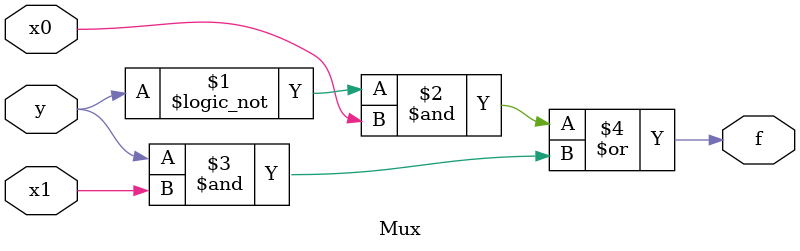
<source format=v>
module Mux(
    input x0,
    input x1,
    input y,
    output f
);
    assign f = (!y & x0) | (y & x1);
endmodule
</source>
